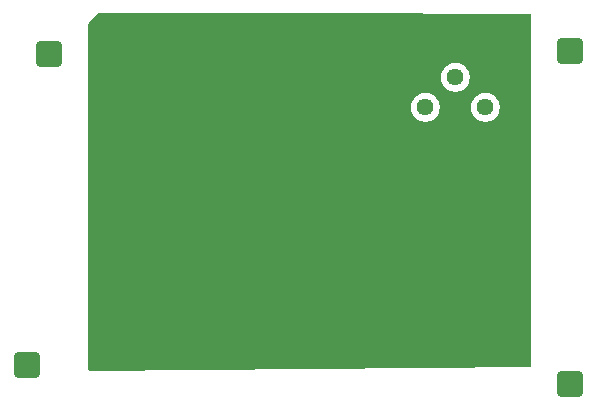
<source format=gbr>
%TF.GenerationSoftware,KiCad,Pcbnew,9.0.3*%
%TF.CreationDate,2025-07-23T14:40:10+05:30*%
%TF.ProjectId,buck_converter,6275636b-5f63-46f6-9e76-65727465722e,rev?*%
%TF.SameCoordinates,Original*%
%TF.FileFunction,Copper,L2,Bot*%
%TF.FilePolarity,Positive*%
%FSLAX46Y46*%
G04 Gerber Fmt 4.6, Leading zero omitted, Abs format (unit mm)*
G04 Created by KiCad (PCBNEW 9.0.3) date 2025-07-23 14:40:10*
%MOMM*%
%LPD*%
G01*
G04 APERTURE LIST*
G04 Aperture macros list*
%AMRoundRect*
0 Rectangle with rounded corners*
0 $1 Rounding radius*
0 $2 $3 $4 $5 $6 $7 $8 $9 X,Y pos of 4 corners*
0 Add a 4 corners polygon primitive as box body*
4,1,4,$2,$3,$4,$5,$6,$7,$8,$9,$2,$3,0*
0 Add four circle primitives for the rounded corners*
1,1,$1+$1,$2,$3*
1,1,$1+$1,$4,$5*
1,1,$1+$1,$6,$7*
1,1,$1+$1,$8,$9*
0 Add four rect primitives between the rounded corners*
20,1,$1+$1,$2,$3,$4,$5,0*
20,1,$1+$1,$4,$5,$6,$7,0*
20,1,$1+$1,$6,$7,$8,$9,0*
20,1,$1+$1,$8,$9,$2,$3,0*%
G04 Aperture macros list end*
%TA.AperFunction,ComponentPad*%
%ADD10C,1.440000*%
%TD*%
%TA.AperFunction,ComponentPad*%
%ADD11RoundRect,0.250000X-0.825000X-0.825000X0.825000X-0.825000X0.825000X0.825000X-0.825000X0.825000X0*%
%TD*%
%TA.AperFunction,ViaPad*%
%ADD12C,0.600000*%
%TD*%
G04 APERTURE END LIST*
D10*
%TO.P,RV1,1,1*%
%TO.N,Vout*%
X118220000Y-73100000D03*
%TO.P,RV1,2,2*%
%TO.N,Net-(U1-FB)*%
X120760000Y-70560000D03*
%TO.P,RV1,3,3*%
%TO.N,Net-(R4-Pad1)*%
X123300000Y-73100000D03*
%TD*%
D11*
%TO.P,J4,1,Pin_1*%
%TO.N,GND*%
X130500000Y-96500000D03*
%TD*%
%TO.P,J3,1,Pin_1*%
%TO.N,Vout*%
X130500000Y-68300000D03*
%TD*%
%TO.P,J2,1,Pin_1*%
%TO.N,GND*%
X84500000Y-94900000D03*
%TD*%
%TO.P,J1,1,Pin_1*%
%TO.N,Net-(J1-Pin_1)*%
X86400000Y-68600000D03*
%TD*%
D12*
%TO.N,GND*%
X104200000Y-84100000D03*
X101400000Y-84200000D03*
%TD*%
%TA.AperFunction,Conductor*%
%TO.N,GND*%
G36*
X109041615Y-65100502D02*
G01*
X127076679Y-65199324D01*
X127143610Y-65219375D01*
X127189075Y-65272429D01*
X127200000Y-65323322D01*
X127200000Y-94976988D01*
X127180315Y-95044027D01*
X127127511Y-95089782D01*
X127076992Y-95100984D01*
X89824992Y-95399000D01*
X89757797Y-95379852D01*
X89711621Y-95327416D01*
X89700000Y-95275004D01*
X89700000Y-73003945D01*
X116999500Y-73003945D01*
X116999500Y-73196054D01*
X117029553Y-73385802D01*
X117088916Y-73568506D01*
X117088918Y-73568509D01*
X117176135Y-73739681D01*
X117289055Y-73895102D01*
X117424898Y-74030945D01*
X117580319Y-74143865D01*
X117751491Y-74231082D01*
X117751493Y-74231083D01*
X117842845Y-74260764D01*
X117934199Y-74290447D01*
X118123945Y-74320500D01*
X118123946Y-74320500D01*
X118316054Y-74320500D01*
X118316055Y-74320500D01*
X118505801Y-74290447D01*
X118688509Y-74231082D01*
X118859681Y-74143865D01*
X119015102Y-74030945D01*
X119150945Y-73895102D01*
X119263865Y-73739681D01*
X119351082Y-73568509D01*
X119410447Y-73385801D01*
X119440500Y-73196055D01*
X119440500Y-73003945D01*
X122079500Y-73003945D01*
X122079500Y-73196054D01*
X122109553Y-73385802D01*
X122168916Y-73568506D01*
X122168918Y-73568509D01*
X122256135Y-73739681D01*
X122369055Y-73895102D01*
X122504898Y-74030945D01*
X122660319Y-74143865D01*
X122831491Y-74231082D01*
X122831493Y-74231083D01*
X122922845Y-74260764D01*
X123014199Y-74290447D01*
X123203945Y-74320500D01*
X123203946Y-74320500D01*
X123396054Y-74320500D01*
X123396055Y-74320500D01*
X123585801Y-74290447D01*
X123768509Y-74231082D01*
X123939681Y-74143865D01*
X124095102Y-74030945D01*
X124230945Y-73895102D01*
X124343865Y-73739681D01*
X124431082Y-73568509D01*
X124490447Y-73385801D01*
X124520500Y-73196055D01*
X124520500Y-73003945D01*
X124490447Y-72814199D01*
X124431082Y-72631491D01*
X124343865Y-72460319D01*
X124230945Y-72304898D01*
X124095102Y-72169055D01*
X123939681Y-72056135D01*
X123768506Y-71968916D01*
X123585802Y-71909553D01*
X123490928Y-71894526D01*
X123396055Y-71879500D01*
X123203945Y-71879500D01*
X123140696Y-71889517D01*
X123014197Y-71909553D01*
X122831493Y-71968916D01*
X122660318Y-72056135D01*
X122571645Y-72120560D01*
X122504898Y-72169055D01*
X122504896Y-72169057D01*
X122504895Y-72169057D01*
X122369057Y-72304895D01*
X122369057Y-72304896D01*
X122369055Y-72304898D01*
X122320560Y-72371645D01*
X122256135Y-72460318D01*
X122168916Y-72631493D01*
X122109553Y-72814197D01*
X122079500Y-73003945D01*
X119440500Y-73003945D01*
X119410447Y-72814199D01*
X119351082Y-72631491D01*
X119263865Y-72460319D01*
X119150945Y-72304898D01*
X119015102Y-72169055D01*
X118859681Y-72056135D01*
X118688506Y-71968916D01*
X118505802Y-71909553D01*
X118410928Y-71894526D01*
X118316055Y-71879500D01*
X118123945Y-71879500D01*
X118060696Y-71889517D01*
X117934197Y-71909553D01*
X117751493Y-71968916D01*
X117580318Y-72056135D01*
X117491645Y-72120560D01*
X117424898Y-72169055D01*
X117424896Y-72169057D01*
X117424895Y-72169057D01*
X117289057Y-72304895D01*
X117289057Y-72304896D01*
X117289055Y-72304898D01*
X117240560Y-72371645D01*
X117176135Y-72460318D01*
X117088916Y-72631493D01*
X117029553Y-72814197D01*
X116999500Y-73003945D01*
X89700000Y-73003945D01*
X89700000Y-70463945D01*
X119539500Y-70463945D01*
X119539500Y-70656054D01*
X119569553Y-70845802D01*
X119628916Y-71028506D01*
X119628918Y-71028509D01*
X119716135Y-71199681D01*
X119829055Y-71355102D01*
X119964898Y-71490945D01*
X120120319Y-71603865D01*
X120291491Y-71691082D01*
X120291493Y-71691083D01*
X120382845Y-71720764D01*
X120474199Y-71750447D01*
X120663945Y-71780500D01*
X120663946Y-71780500D01*
X120856054Y-71780500D01*
X120856055Y-71780500D01*
X121045801Y-71750447D01*
X121228509Y-71691082D01*
X121399681Y-71603865D01*
X121555102Y-71490945D01*
X121690945Y-71355102D01*
X121803865Y-71199681D01*
X121891082Y-71028509D01*
X121950447Y-70845801D01*
X121980500Y-70656055D01*
X121980500Y-70463945D01*
X121950447Y-70274199D01*
X121891082Y-70091491D01*
X121803865Y-69920319D01*
X121690945Y-69764898D01*
X121555102Y-69629055D01*
X121399681Y-69516135D01*
X121228506Y-69428916D01*
X121045802Y-69369553D01*
X120950928Y-69354526D01*
X120856055Y-69339500D01*
X120663945Y-69339500D01*
X120600696Y-69349517D01*
X120474197Y-69369553D01*
X120291493Y-69428916D01*
X120120318Y-69516135D01*
X120031645Y-69580560D01*
X119964898Y-69629055D01*
X119964896Y-69629057D01*
X119964895Y-69629057D01*
X119829057Y-69764895D01*
X119829057Y-69764896D01*
X119829055Y-69764898D01*
X119780560Y-69831645D01*
X119716135Y-69920318D01*
X119628916Y-70091493D01*
X119569553Y-70274197D01*
X119539500Y-70463945D01*
X89700000Y-70463945D01*
X89700000Y-66047939D01*
X89719685Y-65980900D01*
X89732247Y-65964528D01*
X90480828Y-65141089D01*
X90540489Y-65104725D01*
X90572581Y-65100500D01*
X109040936Y-65100500D01*
X109041615Y-65100502D01*
G37*
%TD.AperFunction*%
%TD*%
M02*

</source>
